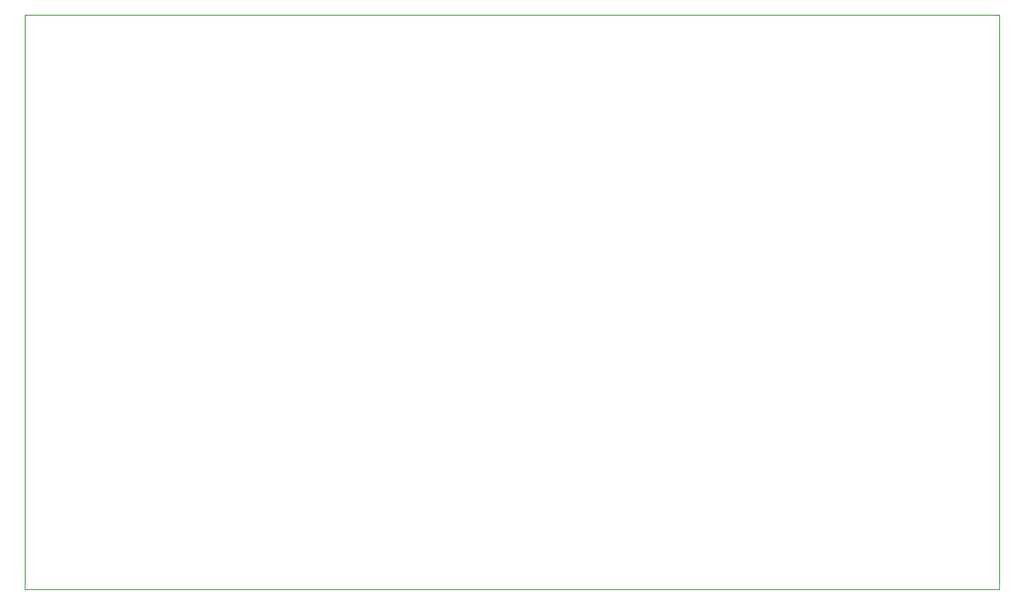
<source format=gbr>
G04 #@! TF.GenerationSoftware,KiCad,Pcbnew,5.1.4+dfsg1-1*
G04 #@! TF.CreationDate,2021-01-01T15:39:33+01:00*
G04 #@! TF.ProjectId,MIDI_FOOTSWITCH,4d494449-5f46-44f4-9f54-535749544348,rev?*
G04 #@! TF.SameCoordinates,PX4c4b400PY1312d00*
G04 #@! TF.FileFunction,Profile,NP*
%FSLAX46Y46*%
G04 Gerber Fmt 4.6, Leading zero omitted, Abs format (unit mm)*
G04 Created by KiCad (PCBNEW 5.1.4+dfsg1-1) date 2021-01-01 15:39:33*
%MOMM*%
%LPD*%
G04 APERTURE LIST*
%ADD10C,0.100000*%
G04 APERTURE END LIST*
D10*
X0Y-59000000D02*
X23000000Y-59000000D01*
X0Y0D02*
X0Y-59000000D01*
X23000000Y0D02*
X0Y0D01*
X100000000Y0D02*
X23000000Y0D01*
X100000000Y-59000000D02*
X100000000Y0D01*
X23000000Y-59000000D02*
X100000000Y-59000000D01*
M02*

</source>
